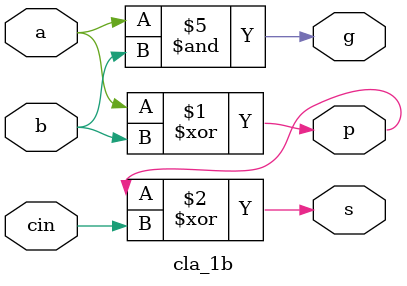
<source format=v>
module cla_1b(s, cin, p, g, a, b);

	input a, b, cin;

	output s;
    output p;
    output g;

    wire p;
    wire g;
    wire nand_pc;
    wire nand_ab;

    xor(p, a, b);
    xor(s, p, cin);

    // Save 2 inv for bubble shifting
    nand(nand_pc, p, cin);
    nand(nand_ab, a, b);
    not(g, nand_ab);
    nand(cout, nand_ab, nand_pc);

    // and(and_pc, p, cin);
    // and(g, a, b);
    // or(cout, g, and);

	// output reg s;
    // output reg p;
    // output reg g;
	
    // always @(*) begin
    //     p = a ^ b;
    // 	s = p ^ cin;
    //     g = a & b;
    // end

endmodule
</source>
